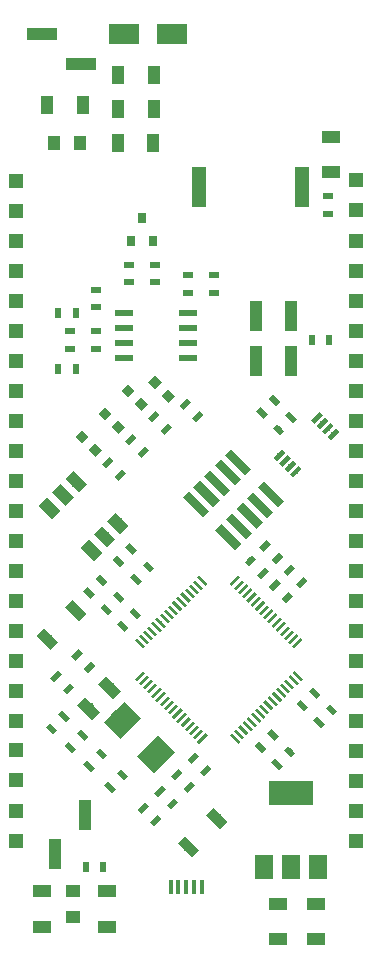
<source format=gbr>
G04 #@! TF.GenerationSoftware,KiCad,Pcbnew,(5.1.4)-1*
G04 #@! TF.CreationDate,2019-10-25T14:32:54-02:30*
G04 #@! TF.ProjectId,GeneralMCU,47656e65-7261-46c4-9d43-552e6b696361,rev?*
G04 #@! TF.SameCoordinates,Original*
G04 #@! TF.FileFunction,Paste,Top*
G04 #@! TF.FilePolarity,Positive*
%FSLAX46Y46*%
G04 Gerber Fmt 4.6, Leading zero omitted, Abs format (unit mm)*
G04 Created by KiCad (PCBNEW (5.1.4)-1) date 2019-10-25 14:32:54*
%MOMM*%
%LPD*%
G04 APERTURE LIST*
%ADD10C,0.500000*%
%ADD11C,0.100000*%
%ADD12R,1.270000X1.270000*%
%ADD13R,0.500000X0.900000*%
%ADD14R,0.450000X1.300000*%
%ADD15R,0.900000X0.500000*%
%ADD16C,0.900000*%
%ADD17R,2.510000X1.000000*%
%ADD18C,2.000000*%
%ADD19C,1.000000*%
%ADD20R,1.000000X2.510000*%
%ADD21R,1.600000X1.000000*%
%ADD22R,1.000000X1.250000*%
%ADD23R,1.000000X1.600000*%
%ADD24R,1.250000X1.000000*%
%ADD25C,0.800000*%
%ADD26R,1.000000X2.500000*%
%ADD27R,2.500000X1.800000*%
%ADD28C,0.400000*%
%ADD29C,0.740000*%
%ADD30R,1.500000X2.000000*%
%ADD31R,3.800000X2.000000*%
%ADD32C,0.250000*%
%ADD33R,1.550000X0.600000*%
%ADD34R,1.300000X3.400000*%
%ADD35R,0.800000X0.900000*%
G04 APERTURE END LIST*
D10*
X73750000Y-117500000D03*
D11*
G36*
X73255025Y-117641421D02*
G01*
X73891421Y-117005025D01*
X74244975Y-117358579D01*
X73608579Y-117994975D01*
X73255025Y-117641421D01*
X73255025Y-117641421D01*
G37*
D10*
X74810660Y-118560660D03*
D11*
G36*
X74315685Y-118702081D02*
G01*
X74952081Y-118065685D01*
X75305635Y-118419239D01*
X74669239Y-119055635D01*
X74315685Y-118702081D01*
X74315685Y-118702081D01*
G37*
D12*
X50625000Y-135280000D03*
X79375000Y-87020000D03*
X50625000Y-132740000D03*
X79375000Y-84480000D03*
X79375000Y-89600000D03*
X50625000Y-137860000D03*
X79375000Y-92140000D03*
X50625000Y-140400000D03*
X79375000Y-94680000D03*
X50625000Y-84520000D03*
X79375000Y-97220000D03*
X50625000Y-87060000D03*
X79375000Y-99760000D03*
X50625000Y-89600000D03*
X79375000Y-102300000D03*
X50625000Y-92140000D03*
X79375000Y-104840000D03*
X50625000Y-94680000D03*
X79375000Y-107380000D03*
X50625000Y-97220000D03*
X79375000Y-109920000D03*
X50625000Y-99760000D03*
X79375000Y-112460000D03*
X50625000Y-102300000D03*
X79375000Y-115000000D03*
X50625000Y-104840000D03*
X79375000Y-117540000D03*
X50625000Y-107380000D03*
X79375000Y-120080000D03*
X50625000Y-109920000D03*
X79375000Y-122620000D03*
X50625000Y-112460000D03*
X79375000Y-125160000D03*
X50625000Y-115000000D03*
X79375000Y-127700000D03*
X50625000Y-117540000D03*
X79375000Y-130240000D03*
X50625000Y-120080000D03*
X79375000Y-132780000D03*
X50625000Y-122620000D03*
X79375000Y-135320000D03*
X50625000Y-125160000D03*
X79375000Y-137860000D03*
X50625000Y-127700000D03*
X79375000Y-140400000D03*
X50625000Y-130240000D03*
D13*
X55635000Y-100510000D03*
X54135000Y-100510000D03*
D10*
X72500000Y-118750000D03*
D11*
G36*
X72994975Y-118608579D02*
G01*
X72358579Y-119244975D01*
X72005025Y-118891421D01*
X72641421Y-118255025D01*
X72994975Y-118608579D01*
X72994975Y-118608579D01*
G37*
D10*
X73560660Y-119810660D03*
D11*
G36*
X74055635Y-119669239D02*
G01*
X73419239Y-120305635D01*
X73065685Y-119952081D01*
X73702081Y-119315685D01*
X74055635Y-119669239D01*
X74055635Y-119669239D01*
G37*
D14*
X66300000Y-144350000D03*
X65650000Y-144350000D03*
X65000000Y-144350000D03*
X64350000Y-144350000D03*
X63700000Y-144350000D03*
D15*
X65135000Y-94010000D03*
X65135000Y-92510000D03*
D10*
X62788910Y-136230866D03*
D11*
G36*
X62293935Y-136372287D02*
G01*
X62930331Y-135735891D01*
X63283885Y-136089445D01*
X62647489Y-136725841D01*
X62293935Y-136372287D01*
X62293935Y-136372287D01*
G37*
D10*
X63849570Y-137291526D03*
D11*
G36*
X63354595Y-137432947D02*
G01*
X63990991Y-136796551D01*
X64344545Y-137150105D01*
X63708149Y-137786501D01*
X63354595Y-137432947D01*
X63354595Y-137432947D01*
G37*
D16*
X53270836Y-123329164D03*
D11*
G36*
X53553679Y-124248403D02*
G01*
X52351597Y-123046321D01*
X52987993Y-122409925D01*
X54190075Y-123612007D01*
X53553679Y-124248403D01*
X53553679Y-124248403D01*
G37*
D16*
X55675000Y-120925000D03*
D11*
G36*
X55957843Y-121844239D02*
G01*
X54755761Y-120642157D01*
X55392157Y-120005761D01*
X56594239Y-121207843D01*
X55957843Y-121844239D01*
X55957843Y-121844239D01*
G37*
D10*
X72469368Y-103119564D03*
D11*
G36*
X72610789Y-103614539D02*
G01*
X71974393Y-102978143D01*
X72327947Y-102624589D01*
X72964343Y-103260985D01*
X72610789Y-103614539D01*
X72610789Y-103614539D01*
G37*
D10*
X71408708Y-104180224D03*
D11*
G36*
X71550129Y-104675199D02*
G01*
X70913733Y-104038803D01*
X71267287Y-103685249D01*
X71903683Y-104321645D01*
X71550129Y-104675199D01*
X71550129Y-104675199D01*
G37*
D10*
X56790941Y-119419187D03*
D11*
G36*
X56932362Y-119914162D02*
G01*
X56295966Y-119277766D01*
X56649520Y-118924212D01*
X57285916Y-119560608D01*
X56932362Y-119914162D01*
X56932362Y-119914162D01*
G37*
D10*
X57851601Y-118358527D03*
D11*
G36*
X57993022Y-118853502D02*
G01*
X57356626Y-118217106D01*
X57710180Y-117863552D01*
X58346576Y-118499948D01*
X57993022Y-118853502D01*
X57993022Y-118853502D01*
G37*
D13*
X55635000Y-95760000D03*
X54135000Y-95760000D03*
D17*
X56080000Y-74645000D03*
X52770000Y-72105000D03*
D10*
X60310660Y-115689340D03*
D11*
G36*
X60169239Y-115194365D02*
G01*
X60805635Y-115830761D01*
X60452081Y-116184315D01*
X59815685Y-115547919D01*
X60169239Y-115194365D01*
X60169239Y-115194365D01*
G37*
D10*
X59250000Y-116750000D03*
D11*
G36*
X59108579Y-116255025D02*
G01*
X59744975Y-116891421D01*
X59391421Y-117244975D01*
X58755025Y-116608579D01*
X59108579Y-116255025D01*
X59108579Y-116255025D01*
G37*
D10*
X73761503Y-132854215D03*
D11*
G36*
X73902924Y-133349190D02*
G01*
X73266528Y-132712794D01*
X73620082Y-132359240D01*
X74256478Y-132995636D01*
X73902924Y-133349190D01*
X73902924Y-133349190D01*
G37*
D10*
X72700843Y-133914875D03*
D11*
G36*
X72842264Y-134409850D02*
G01*
X72205868Y-133773454D01*
X72559422Y-133419900D01*
X73195818Y-134056296D01*
X72842264Y-134409850D01*
X72842264Y-134409850D01*
G37*
D10*
X55764340Y-124664340D03*
D11*
G36*
X56259315Y-124522919D02*
G01*
X55622919Y-125159315D01*
X55269365Y-124805761D01*
X55905761Y-124169365D01*
X56259315Y-124522919D01*
X56259315Y-124522919D01*
G37*
D10*
X56825000Y-125725000D03*
D11*
G36*
X57319975Y-125583579D02*
G01*
X56683579Y-126219975D01*
X56330025Y-125866421D01*
X56966421Y-125230025D01*
X57319975Y-125583579D01*
X57319975Y-125583579D01*
G37*
D10*
X56778504Y-134109545D03*
D11*
G36*
X56637083Y-133614570D02*
G01*
X57273479Y-134250966D01*
X56919925Y-134604520D01*
X56283529Y-133968124D01*
X56637083Y-133614570D01*
X56637083Y-133614570D01*
G37*
D10*
X57839164Y-133048885D03*
D11*
G36*
X57697743Y-132553910D02*
G01*
X58334139Y-133190306D01*
X57980585Y-133543860D01*
X57344189Y-132907464D01*
X57697743Y-132553910D01*
X57697743Y-132553910D01*
G37*
D10*
X66677997Y-134463099D03*
D11*
G36*
X66183022Y-134604520D02*
G01*
X66819418Y-133968124D01*
X67172972Y-134321678D01*
X66536576Y-134958074D01*
X66183022Y-134604520D01*
X66183022Y-134604520D01*
G37*
D10*
X65617337Y-133402439D03*
D11*
G36*
X65122362Y-133543860D02*
G01*
X65758758Y-132907464D01*
X66112312Y-133261018D01*
X65475916Y-133897414D01*
X65122362Y-133543860D01*
X65122362Y-133543860D01*
G37*
D10*
X55050000Y-127550000D03*
D11*
G36*
X55544975Y-127408579D02*
G01*
X54908579Y-128044975D01*
X54555025Y-127691421D01*
X55191421Y-127055025D01*
X55544975Y-127408579D01*
X55544975Y-127408579D01*
G37*
D10*
X53989340Y-126489340D03*
D11*
G36*
X54484315Y-126347919D02*
G01*
X53847919Y-126984315D01*
X53494365Y-126630761D01*
X54130761Y-125994365D01*
X54484315Y-126347919D01*
X54484315Y-126347919D01*
G37*
D10*
X72750000Y-116500000D03*
D11*
G36*
X72255025Y-116641421D02*
G01*
X72891421Y-116005025D01*
X73244975Y-116358579D01*
X72608579Y-116994975D01*
X72255025Y-116641421D01*
X72255025Y-116641421D01*
G37*
D10*
X71689340Y-115439340D03*
D11*
G36*
X71194365Y-115580761D02*
G01*
X71830761Y-114944365D01*
X72184315Y-115297919D01*
X71547919Y-115934315D01*
X71194365Y-115580761D01*
X71194365Y-115580761D01*
G37*
D18*
X62435358Y-133048887D03*
D11*
G36*
X64026348Y-132872110D02*
G01*
X62258581Y-134639877D01*
X60844368Y-133225664D01*
X62612135Y-131457897D01*
X64026348Y-132872110D01*
X64026348Y-132872110D01*
G37*
D18*
X59606930Y-130220459D03*
D11*
G36*
X61197920Y-130043682D02*
G01*
X59430153Y-131811449D01*
X58015940Y-130397236D01*
X59783707Y-128629469D01*
X61197920Y-130043682D01*
X61197920Y-130043682D01*
G37*
D10*
X53596524Y-130927565D03*
D11*
G36*
X53455103Y-130432590D02*
G01*
X54091499Y-131068986D01*
X53737945Y-131422540D01*
X53101549Y-130786144D01*
X53455103Y-130432590D01*
X53455103Y-130432590D01*
G37*
D10*
X54657184Y-129866905D03*
D11*
G36*
X54515763Y-129371930D02*
G01*
X55152159Y-130008326D01*
X54798605Y-130361880D01*
X54162209Y-129725484D01*
X54515763Y-129371930D01*
X54515763Y-129371930D01*
G37*
D10*
X65263785Y-135877312D03*
D11*
G36*
X64768810Y-136018733D02*
G01*
X65405206Y-135382337D01*
X65758760Y-135735891D01*
X65122364Y-136372287D01*
X64768810Y-136018733D01*
X64768810Y-136018733D01*
G37*
D10*
X64203125Y-134816652D03*
D11*
G36*
X63708150Y-134958073D02*
G01*
X64344546Y-134321677D01*
X64698100Y-134675231D01*
X64061704Y-135311627D01*
X63708150Y-134958073D01*
X63708150Y-134958073D01*
G37*
D10*
X62435357Y-138705739D03*
D11*
G36*
X61940382Y-138847160D02*
G01*
X62576778Y-138210764D01*
X62930332Y-138564318D01*
X62293936Y-139200714D01*
X61940382Y-138847160D01*
X61940382Y-138847160D01*
G37*
D10*
X61374697Y-137645079D03*
D11*
G36*
X60879722Y-137786500D02*
G01*
X61516118Y-137150104D01*
X61869672Y-137503658D01*
X61233276Y-138140054D01*
X60879722Y-137786500D01*
X60879722Y-137786500D01*
G37*
D10*
X59606931Y-134816652D03*
D11*
G36*
X59465510Y-134321677D02*
G01*
X60101906Y-134958073D01*
X59748352Y-135311627D01*
X59111956Y-134675231D01*
X59465510Y-134321677D01*
X59465510Y-134321677D01*
G37*
D10*
X58546271Y-135877312D03*
D11*
G36*
X58404850Y-135382337D02*
G01*
X59041246Y-136018733D01*
X58687692Y-136372287D01*
X58051296Y-135735891D01*
X58404850Y-135382337D01*
X58404850Y-135382337D01*
G37*
D10*
X75882824Y-127904468D03*
D11*
G36*
X75741403Y-127409493D02*
G01*
X76377799Y-128045889D01*
X76024245Y-128399443D01*
X75387849Y-127763047D01*
X75741403Y-127409493D01*
X75741403Y-127409493D01*
G37*
D10*
X74822164Y-128965128D03*
D11*
G36*
X74680743Y-128470153D02*
G01*
X75317139Y-129106549D01*
X74963585Y-129460103D01*
X74327189Y-128823707D01*
X74680743Y-128470153D01*
X74680743Y-128470153D01*
G37*
D19*
X58525000Y-127450000D03*
D11*
G36*
X58807843Y-128439949D02*
G01*
X57535051Y-127167157D01*
X58242157Y-126460051D01*
X59514949Y-127732843D01*
X58807843Y-128439949D01*
X58807843Y-128439949D01*
G37*
D19*
X56757234Y-129217766D03*
D11*
G36*
X57040077Y-130207715D02*
G01*
X55767285Y-128934923D01*
X56474391Y-128227817D01*
X57747183Y-129500609D01*
X57040077Y-130207715D01*
X57040077Y-130207715D01*
G37*
D10*
X71286630Y-132500662D03*
D11*
G36*
X71428051Y-132995637D02*
G01*
X70791655Y-132359241D01*
X71145209Y-132005687D01*
X71781605Y-132642083D01*
X71428051Y-132995637D01*
X71428051Y-132995637D01*
G37*
D10*
X72347290Y-131440002D03*
D11*
G36*
X72488711Y-131934977D02*
G01*
X71852315Y-131298581D01*
X72205869Y-130945027D01*
X72842265Y-131581423D01*
X72488711Y-131934977D01*
X72488711Y-131934977D01*
G37*
D10*
X56248173Y-131457894D03*
D11*
G36*
X56106752Y-130962919D02*
G01*
X56743148Y-131599315D01*
X56389594Y-131952869D01*
X55753198Y-131316473D01*
X56106752Y-130962919D01*
X56106752Y-130962919D01*
G37*
D10*
X55187513Y-132518554D03*
D11*
G36*
X55046092Y-132023579D02*
G01*
X55682488Y-132659975D01*
X55328934Y-133013529D01*
X54692538Y-132377133D01*
X55046092Y-132023579D01*
X55046092Y-132023579D01*
G37*
D20*
X56470000Y-138270000D03*
X53930000Y-141580000D03*
D10*
X76236377Y-130379342D03*
D11*
G36*
X76094956Y-129884367D02*
G01*
X76731352Y-130520763D01*
X76377798Y-130874317D01*
X75741402Y-130237921D01*
X76094956Y-129884367D01*
X76094956Y-129884367D01*
G37*
D10*
X77297037Y-129318682D03*
D11*
G36*
X77155616Y-128823707D02*
G01*
X77792012Y-129460103D01*
X77438458Y-129813657D01*
X76802062Y-129177261D01*
X77155616Y-128823707D01*
X77155616Y-128823707D01*
G37*
D10*
X70439340Y-116689340D03*
D11*
G36*
X69944365Y-116830761D02*
G01*
X70580761Y-116194365D01*
X70934315Y-116547919D01*
X70297919Y-117184315D01*
X69944365Y-116830761D01*
X69944365Y-116830761D01*
G37*
D10*
X71500000Y-117750000D03*
D11*
G36*
X71005025Y-117891421D02*
G01*
X71641421Y-117255025D01*
X71994975Y-117608579D01*
X71358579Y-118244975D01*
X71005025Y-117891421D01*
X71005025Y-117891421D01*
G37*
D10*
X60750000Y-118250000D03*
D11*
G36*
X60608579Y-117755025D02*
G01*
X61244975Y-118391421D01*
X60891421Y-118744975D01*
X60255025Y-118108579D01*
X60608579Y-117755025D01*
X60608579Y-117755025D01*
G37*
D10*
X61810660Y-117189340D03*
D11*
G36*
X61669239Y-116694365D02*
G01*
X62305635Y-117330761D01*
X61952081Y-117684315D01*
X61315685Y-117047919D01*
X61669239Y-116694365D01*
X61669239Y-116694365D01*
G37*
D21*
X52760000Y-144685000D03*
X52760000Y-147685000D03*
D15*
X67385000Y-94010000D03*
X67385000Y-92510000D03*
X55135000Y-97260000D03*
X55135000Y-98760000D03*
D21*
X72750000Y-145740000D03*
X72750000Y-148740000D03*
D22*
X53775000Y-81350000D03*
X55975000Y-81350000D03*
D10*
X59265815Y-119772740D03*
D11*
G36*
X59407236Y-120267715D02*
G01*
X58770840Y-119631319D01*
X59124394Y-119277765D01*
X59760790Y-119914161D01*
X59407236Y-120267715D01*
X59407236Y-120267715D01*
G37*
D10*
X58205155Y-120833400D03*
D11*
G36*
X58346576Y-121328375D02*
G01*
X57710180Y-120691979D01*
X58063734Y-120338425D01*
X58700130Y-120974821D01*
X58346576Y-121328375D01*
X58346576Y-121328375D01*
G37*
D13*
X77135000Y-98010000D03*
X75635000Y-98010000D03*
D10*
X59619368Y-122247614D03*
D11*
G36*
X59760789Y-122742589D02*
G01*
X59124393Y-122106193D01*
X59477947Y-121752639D01*
X60114343Y-122389035D01*
X59760789Y-122742589D01*
X59760789Y-122742589D01*
G37*
D10*
X60680028Y-121186954D03*
D11*
G36*
X60821449Y-121681929D02*
G01*
X60185053Y-121045533D01*
X60538607Y-120691979D01*
X61175003Y-121328375D01*
X60821449Y-121681929D01*
X60821449Y-121681929D01*
G37*
D15*
X57385000Y-93760000D03*
X57385000Y-95260000D03*
X57385000Y-98760000D03*
X57385000Y-97260000D03*
D23*
X53250000Y-78110000D03*
X56250000Y-78110000D03*
D21*
X77275000Y-80825000D03*
X77275000Y-83825000D03*
D10*
X72822922Y-105594439D03*
D11*
G36*
X72964343Y-106089414D02*
G01*
X72327947Y-105453018D01*
X72681501Y-105099464D01*
X73317897Y-105735860D01*
X72964343Y-106089414D01*
X72964343Y-106089414D01*
G37*
D10*
X73883582Y-104533779D03*
D11*
G36*
X74025003Y-105028754D02*
G01*
X73388607Y-104392358D01*
X73742161Y-104038804D01*
X74378557Y-104675200D01*
X74025003Y-105028754D01*
X74025003Y-105028754D01*
G37*
D24*
X55385000Y-144660000D03*
X55385000Y-146860000D03*
D21*
X76000000Y-148740000D03*
X76000000Y-145740000D03*
D13*
X56500000Y-142650000D03*
X58000000Y-142650000D03*
D23*
X62225000Y-81350000D03*
X59225000Y-81350000D03*
D25*
X62368630Y-101618630D03*
D11*
G36*
X62934315Y-101618630D02*
G01*
X62368630Y-102184315D01*
X61802945Y-101618630D01*
X62368630Y-101052945D01*
X62934315Y-101618630D01*
X62934315Y-101618630D01*
G37*
D25*
X63500000Y-102750000D03*
D11*
G36*
X64065685Y-102750000D02*
G01*
X63500000Y-103315685D01*
X62934315Y-102750000D01*
X63500000Y-102184315D01*
X64065685Y-102750000D01*
X64065685Y-102750000D01*
G37*
D10*
X62266062Y-104494491D03*
D11*
G36*
X61771087Y-104635912D02*
G01*
X62407483Y-103999516D01*
X62761037Y-104353070D01*
X62124641Y-104989466D01*
X61771087Y-104635912D01*
X61771087Y-104635912D01*
G37*
D10*
X63326722Y-105555151D03*
D11*
G36*
X62831747Y-105696572D02*
G01*
X63468143Y-105060176D01*
X63821697Y-105413730D01*
X63185301Y-106050126D01*
X62831747Y-105696572D01*
X62831747Y-105696572D01*
G37*
D10*
X61382178Y-107499695D03*
D11*
G36*
X60887203Y-107641116D02*
G01*
X61523599Y-107004720D01*
X61877153Y-107358274D01*
X61240757Y-107994670D01*
X60887203Y-107641116D01*
X60887203Y-107641116D01*
G37*
D10*
X60321518Y-106439035D03*
D11*
G36*
X59826543Y-106580456D02*
G01*
X60462939Y-105944060D01*
X60816493Y-106297614D01*
X60180097Y-106934010D01*
X59826543Y-106580456D01*
X59826543Y-106580456D01*
G37*
D10*
X66000000Y-104500000D03*
D11*
G36*
X65505025Y-104641421D02*
G01*
X66141421Y-104005025D01*
X66494975Y-104358579D01*
X65858579Y-104994975D01*
X65505025Y-104641421D01*
X65505025Y-104641421D01*
G37*
D10*
X64939340Y-103439340D03*
D11*
G36*
X64444365Y-103580761D02*
G01*
X65080761Y-102944365D01*
X65434315Y-103297919D01*
X64797919Y-103934315D01*
X64444365Y-103580761D01*
X64444365Y-103580761D01*
G37*
D16*
X65197918Y-140927082D03*
D11*
G36*
X64915075Y-140007843D02*
G01*
X66117157Y-141209925D01*
X65480761Y-141846321D01*
X64278679Y-140644239D01*
X64915075Y-140007843D01*
X64915075Y-140007843D01*
G37*
D16*
X67602082Y-138522918D03*
D11*
G36*
X67319239Y-137603679D02*
G01*
X68521321Y-138805761D01*
X67884925Y-139442157D01*
X66682843Y-138240075D01*
X67319239Y-137603679D01*
X67319239Y-137603679D01*
G37*
D26*
X70885000Y-99760000D03*
X73885000Y-99760000D03*
D27*
X63760000Y-72110000D03*
X59760000Y-72110000D03*
D26*
X70885000Y-96010000D03*
X73885000Y-96010000D03*
D28*
X77454470Y-105983348D03*
D11*
G36*
X77242338Y-106478323D02*
G01*
X76959495Y-106195480D01*
X77666602Y-105488373D01*
X77949445Y-105771216D01*
X77242338Y-106478323D01*
X77242338Y-106478323D01*
G37*
D28*
X74272490Y-109165328D03*
D11*
G36*
X74060358Y-109660303D02*
G01*
X73777515Y-109377460D01*
X74484622Y-108670353D01*
X74767465Y-108953196D01*
X74060358Y-109660303D01*
X74060358Y-109660303D01*
G37*
D28*
X76994851Y-105523728D03*
D11*
G36*
X76782719Y-106018703D02*
G01*
X76499876Y-105735860D01*
X77206983Y-105028753D01*
X77489826Y-105311596D01*
X76782719Y-106018703D01*
X76782719Y-106018703D01*
G37*
D28*
X73812870Y-108705709D03*
D11*
G36*
X73600738Y-109200684D02*
G01*
X73317895Y-108917841D01*
X74025002Y-108210734D01*
X74307845Y-108493577D01*
X73600738Y-109200684D01*
X73600738Y-109200684D01*
G37*
D28*
X76535232Y-105064109D03*
D11*
G36*
X76323100Y-105559084D02*
G01*
X76040257Y-105276241D01*
X76747364Y-104569134D01*
X77030207Y-104851977D01*
X76323100Y-105559084D01*
X76323100Y-105559084D01*
G37*
D28*
X73353251Y-108246090D03*
D11*
G36*
X73141119Y-108741065D02*
G01*
X72858276Y-108458222D01*
X73565383Y-107751115D01*
X73848226Y-108033958D01*
X73141119Y-108741065D01*
X73141119Y-108741065D01*
G37*
D28*
X76075612Y-104604490D03*
D11*
G36*
X75863480Y-105099465D02*
G01*
X75580637Y-104816622D01*
X76287744Y-104109515D01*
X76570587Y-104392358D01*
X75863480Y-105099465D01*
X75863480Y-105099465D01*
G37*
D28*
X72893632Y-107786470D03*
D11*
G36*
X72681500Y-108281445D02*
G01*
X72398657Y-107998602D01*
X73105764Y-107291495D01*
X73388607Y-107574338D01*
X72681500Y-108281445D01*
X72681500Y-108281445D01*
G37*
D25*
X61205401Y-103433831D03*
D11*
G36*
X61771086Y-103433831D02*
G01*
X61205401Y-103999516D01*
X60639716Y-103433831D01*
X61205401Y-102868146D01*
X61771086Y-103433831D01*
X61771086Y-103433831D01*
G37*
D25*
X60074031Y-102302461D03*
D11*
G36*
X60639716Y-102302461D02*
G01*
X60074031Y-102868146D01*
X59508346Y-102302461D01*
X60074031Y-101736776D01*
X60639716Y-102302461D01*
X60639716Y-102302461D01*
G37*
D25*
X56184944Y-106191548D03*
D11*
G36*
X56750629Y-106191548D02*
G01*
X56184944Y-106757233D01*
X55619259Y-106191548D01*
X56184944Y-105625863D01*
X56750629Y-106191548D01*
X56750629Y-106191548D01*
G37*
D25*
X57316314Y-107322918D03*
D11*
G36*
X57881999Y-107322918D02*
G01*
X57316314Y-107888603D01*
X56750629Y-107322918D01*
X57316314Y-106757233D01*
X57881999Y-107322918D01*
X57881999Y-107322918D01*
G37*
D29*
X69417193Y-108325091D03*
D11*
G36*
X68307035Y-107738192D02*
G01*
X68830294Y-107214933D01*
X70527351Y-108911990D01*
X70004092Y-109435249D01*
X68307035Y-107738192D01*
X68307035Y-107738192D01*
G37*
D29*
X72174909Y-111082807D03*
D11*
G36*
X71064751Y-110495908D02*
G01*
X71588010Y-109972649D01*
X73285067Y-111669706D01*
X72761808Y-112192965D01*
X71064751Y-110495908D01*
X71064751Y-110495908D01*
G37*
D29*
X68519167Y-109223116D03*
D11*
G36*
X67409009Y-108636217D02*
G01*
X67932268Y-108112958D01*
X69629325Y-109810015D01*
X69106066Y-110333274D01*
X67409009Y-108636217D01*
X67409009Y-108636217D01*
G37*
D29*
X71276884Y-111980833D03*
D11*
G36*
X70166726Y-111393934D02*
G01*
X70689985Y-110870675D01*
X72387042Y-112567732D01*
X71863783Y-113090991D01*
X70166726Y-111393934D01*
X70166726Y-111393934D01*
G37*
D29*
X67621142Y-110121142D03*
D11*
G36*
X66510984Y-109534243D02*
G01*
X67034243Y-109010984D01*
X68731300Y-110708041D01*
X68208041Y-111231300D01*
X66510984Y-109534243D01*
X66510984Y-109534243D01*
G37*
D29*
X70378858Y-112878858D03*
D11*
G36*
X69268700Y-112291959D02*
G01*
X69791959Y-111768700D01*
X71489016Y-113465757D01*
X70965757Y-113989016D01*
X69268700Y-112291959D01*
X69268700Y-112291959D01*
G37*
D29*
X66723116Y-111019167D03*
D11*
G36*
X65612958Y-110432268D02*
G01*
X66136217Y-109909009D01*
X67833274Y-111606066D01*
X67310015Y-112129325D01*
X65612958Y-110432268D01*
X65612958Y-110432268D01*
G37*
D29*
X69480833Y-113776884D03*
D11*
G36*
X68370675Y-113189985D02*
G01*
X68893934Y-112666726D01*
X70590991Y-114363783D01*
X70067732Y-114887042D01*
X68370675Y-113189985D01*
X68370675Y-113189985D01*
G37*
D29*
X65825091Y-111917193D03*
D11*
G36*
X64714933Y-111330294D02*
G01*
X65238192Y-110807035D01*
X66935249Y-112504092D01*
X66411990Y-113027351D01*
X64714933Y-111330294D01*
X64714933Y-111330294D01*
G37*
D29*
X68582807Y-114674909D03*
D11*
G36*
X67472649Y-114088010D02*
G01*
X67995908Y-113564751D01*
X69692965Y-115261808D01*
X69169706Y-115785067D01*
X67472649Y-114088010D01*
X67472649Y-114088010D01*
G37*
D10*
X59437634Y-109444239D03*
D11*
G36*
X58942659Y-109585660D02*
G01*
X59579055Y-108949264D01*
X59932609Y-109302818D01*
X59296213Y-109939214D01*
X58942659Y-109585660D01*
X58942659Y-109585660D01*
G37*
D10*
X58376974Y-108383579D03*
D11*
G36*
X57881999Y-108525000D02*
G01*
X58518395Y-107888604D01*
X58871949Y-108242158D01*
X58235553Y-108878554D01*
X57881999Y-108525000D01*
X57881999Y-108525000D01*
G37*
D25*
X58129487Y-104247004D03*
D11*
G36*
X58695172Y-104247004D02*
G01*
X58129487Y-104812689D01*
X57563802Y-104247004D01*
X58129487Y-103681319D01*
X58695172Y-104247004D01*
X58695172Y-104247004D01*
G37*
D25*
X59260857Y-105378374D03*
D11*
G36*
X59826542Y-105378374D02*
G01*
X59260857Y-105944059D01*
X58695172Y-105378374D01*
X59260857Y-104812689D01*
X59826542Y-105378374D01*
X59826542Y-105378374D01*
G37*
D23*
X59250000Y-78500000D03*
X62250000Y-78500000D03*
X62260000Y-75610000D03*
X59260000Y-75610000D03*
D19*
X56962761Y-115808200D03*
D11*
G36*
X57882000Y-116020332D02*
G01*
X57174893Y-116727439D01*
X56043522Y-115596068D01*
X56750629Y-114888961D01*
X57882000Y-116020332D01*
X57882000Y-116020332D01*
G37*
D19*
X58094132Y-114676829D03*
D11*
G36*
X59013371Y-114888961D02*
G01*
X58306264Y-115596068D01*
X57174893Y-114464697D01*
X57882000Y-113757590D01*
X59013371Y-114888961D01*
X59013371Y-114888961D01*
G37*
D19*
X59225503Y-113545458D03*
D11*
G36*
X60144742Y-113757590D02*
G01*
X59437635Y-114464697D01*
X58306264Y-113333326D01*
X59013371Y-112626219D01*
X60144742Y-113757590D01*
X60144742Y-113757590D01*
G37*
D19*
X53427227Y-112272666D03*
D11*
G36*
X54346466Y-112484798D02*
G01*
X53639359Y-113191905D01*
X52507988Y-112060534D01*
X53215095Y-111353427D01*
X54346466Y-112484798D01*
X54346466Y-112484798D01*
G37*
D19*
X54558598Y-111141295D03*
D11*
G36*
X55477837Y-111353427D02*
G01*
X54770730Y-112060534D01*
X53639359Y-110929163D01*
X54346466Y-110222056D01*
X55477837Y-111353427D01*
X55477837Y-111353427D01*
G37*
D19*
X55689969Y-110009924D03*
D11*
G36*
X56609208Y-110222056D02*
G01*
X55902101Y-110929163D01*
X54770730Y-109797792D01*
X55477837Y-109090685D01*
X56609208Y-110222056D01*
X56609208Y-110222056D01*
G37*
D21*
X58260000Y-147685000D03*
X58260000Y-144685000D03*
D30*
X71560000Y-142640000D03*
X76160000Y-142640000D03*
X73860000Y-142640000D03*
D31*
X73860000Y-136340000D03*
D32*
X61068937Y-123697183D03*
D11*
G36*
X61510879Y-123962348D02*
G01*
X61334102Y-124139125D01*
X60626995Y-123432018D01*
X60803772Y-123255241D01*
X61510879Y-123962348D01*
X61510879Y-123962348D01*
G37*
D32*
X61422490Y-123343629D03*
D11*
G36*
X61864432Y-123608794D02*
G01*
X61687655Y-123785571D01*
X60980548Y-123078464D01*
X61157325Y-122901687D01*
X61864432Y-123608794D01*
X61864432Y-123608794D01*
G37*
D32*
X61776044Y-122990076D03*
D11*
G36*
X62217986Y-123255241D02*
G01*
X62041209Y-123432018D01*
X61334102Y-122724911D01*
X61510879Y-122548134D01*
X62217986Y-123255241D01*
X62217986Y-123255241D01*
G37*
D32*
X62129597Y-122636523D03*
D11*
G36*
X62571539Y-122901688D02*
G01*
X62394762Y-123078465D01*
X61687655Y-122371358D01*
X61864432Y-122194581D01*
X62571539Y-122901688D01*
X62571539Y-122901688D01*
G37*
D32*
X62483150Y-122282969D03*
D11*
G36*
X62925092Y-122548134D02*
G01*
X62748315Y-122724911D01*
X62041208Y-122017804D01*
X62217985Y-121841027D01*
X62925092Y-122548134D01*
X62925092Y-122548134D01*
G37*
D32*
X62836704Y-121929416D03*
D11*
G36*
X63278646Y-122194581D02*
G01*
X63101869Y-122371358D01*
X62394762Y-121664251D01*
X62571539Y-121487474D01*
X63278646Y-122194581D01*
X63278646Y-122194581D01*
G37*
D32*
X63190257Y-121575862D03*
D11*
G36*
X63632199Y-121841027D02*
G01*
X63455422Y-122017804D01*
X62748315Y-121310697D01*
X62925092Y-121133920D01*
X63632199Y-121841027D01*
X63632199Y-121841027D01*
G37*
D32*
X63543811Y-121222309D03*
D11*
G36*
X63985753Y-121487474D02*
G01*
X63808976Y-121664251D01*
X63101869Y-120957144D01*
X63278646Y-120780367D01*
X63985753Y-121487474D01*
X63985753Y-121487474D01*
G37*
D32*
X63897364Y-120868756D03*
D11*
G36*
X64339306Y-121133921D02*
G01*
X64162529Y-121310698D01*
X63455422Y-120603591D01*
X63632199Y-120426814D01*
X64339306Y-121133921D01*
X64339306Y-121133921D01*
G37*
D32*
X64250917Y-120515202D03*
D11*
G36*
X64692859Y-120780367D02*
G01*
X64516082Y-120957144D01*
X63808975Y-120250037D01*
X63985752Y-120073260D01*
X64692859Y-120780367D01*
X64692859Y-120780367D01*
G37*
D32*
X64604471Y-120161649D03*
D11*
G36*
X65046413Y-120426814D02*
G01*
X64869636Y-120603591D01*
X64162529Y-119896484D01*
X64339306Y-119719707D01*
X65046413Y-120426814D01*
X65046413Y-120426814D01*
G37*
D32*
X64958024Y-119808095D03*
D11*
G36*
X65399966Y-120073260D02*
G01*
X65223189Y-120250037D01*
X64516082Y-119542930D01*
X64692859Y-119366153D01*
X65399966Y-120073260D01*
X65399966Y-120073260D01*
G37*
D32*
X65311578Y-119454542D03*
D11*
G36*
X65753520Y-119719707D02*
G01*
X65576743Y-119896484D01*
X64869636Y-119189377D01*
X65046413Y-119012600D01*
X65753520Y-119719707D01*
X65753520Y-119719707D01*
G37*
D32*
X65665131Y-119100989D03*
D11*
G36*
X66107073Y-119366154D02*
G01*
X65930296Y-119542931D01*
X65223189Y-118835824D01*
X65399966Y-118659047D01*
X66107073Y-119366154D01*
X66107073Y-119366154D01*
G37*
D32*
X66018684Y-118747435D03*
D11*
G36*
X66460626Y-119012600D02*
G01*
X66283849Y-119189377D01*
X65576742Y-118482270D01*
X65753519Y-118305493D01*
X66460626Y-119012600D01*
X66460626Y-119012600D01*
G37*
D32*
X66372238Y-118393882D03*
D11*
G36*
X66814180Y-118659047D02*
G01*
X66637403Y-118835824D01*
X65930296Y-118128717D01*
X66107073Y-117951940D01*
X66814180Y-118659047D01*
X66814180Y-118659047D01*
G37*
D32*
X69129954Y-118393882D03*
D11*
G36*
X68864789Y-118835824D02*
G01*
X68688012Y-118659047D01*
X69395119Y-117951940D01*
X69571896Y-118128717D01*
X68864789Y-118835824D01*
X68864789Y-118835824D01*
G37*
D32*
X69483508Y-118747435D03*
D11*
G36*
X69218343Y-119189377D02*
G01*
X69041566Y-119012600D01*
X69748673Y-118305493D01*
X69925450Y-118482270D01*
X69218343Y-119189377D01*
X69218343Y-119189377D01*
G37*
D32*
X69837061Y-119100989D03*
D11*
G36*
X69571896Y-119542931D02*
G01*
X69395119Y-119366154D01*
X70102226Y-118659047D01*
X70279003Y-118835824D01*
X69571896Y-119542931D01*
X69571896Y-119542931D01*
G37*
D32*
X70190614Y-119454542D03*
D11*
G36*
X69925449Y-119896484D02*
G01*
X69748672Y-119719707D01*
X70455779Y-119012600D01*
X70632556Y-119189377D01*
X69925449Y-119896484D01*
X69925449Y-119896484D01*
G37*
D32*
X70544168Y-119808095D03*
D11*
G36*
X70279003Y-120250037D02*
G01*
X70102226Y-120073260D01*
X70809333Y-119366153D01*
X70986110Y-119542930D01*
X70279003Y-120250037D01*
X70279003Y-120250037D01*
G37*
D32*
X70897721Y-120161649D03*
D11*
G36*
X70632556Y-120603591D02*
G01*
X70455779Y-120426814D01*
X71162886Y-119719707D01*
X71339663Y-119896484D01*
X70632556Y-120603591D01*
X70632556Y-120603591D01*
G37*
D32*
X71251275Y-120515202D03*
D11*
G36*
X70986110Y-120957144D02*
G01*
X70809333Y-120780367D01*
X71516440Y-120073260D01*
X71693217Y-120250037D01*
X70986110Y-120957144D01*
X70986110Y-120957144D01*
G37*
D32*
X71604828Y-120868756D03*
D11*
G36*
X71339663Y-121310698D02*
G01*
X71162886Y-121133921D01*
X71869993Y-120426814D01*
X72046770Y-120603591D01*
X71339663Y-121310698D01*
X71339663Y-121310698D01*
G37*
D32*
X71958381Y-121222309D03*
D11*
G36*
X71693216Y-121664251D02*
G01*
X71516439Y-121487474D01*
X72223546Y-120780367D01*
X72400323Y-120957144D01*
X71693216Y-121664251D01*
X71693216Y-121664251D01*
G37*
D32*
X72311935Y-121575862D03*
D11*
G36*
X72046770Y-122017804D02*
G01*
X71869993Y-121841027D01*
X72577100Y-121133920D01*
X72753877Y-121310697D01*
X72046770Y-122017804D01*
X72046770Y-122017804D01*
G37*
D32*
X72665488Y-121929416D03*
D11*
G36*
X72400323Y-122371358D02*
G01*
X72223546Y-122194581D01*
X72930653Y-121487474D01*
X73107430Y-121664251D01*
X72400323Y-122371358D01*
X72400323Y-122371358D01*
G37*
D32*
X73019042Y-122282969D03*
D11*
G36*
X72753877Y-122724911D02*
G01*
X72577100Y-122548134D01*
X73284207Y-121841027D01*
X73460984Y-122017804D01*
X72753877Y-122724911D01*
X72753877Y-122724911D01*
G37*
D32*
X73372595Y-122636523D03*
D11*
G36*
X73107430Y-123078465D02*
G01*
X72930653Y-122901688D01*
X73637760Y-122194581D01*
X73814537Y-122371358D01*
X73107430Y-123078465D01*
X73107430Y-123078465D01*
G37*
D32*
X73726148Y-122990076D03*
D11*
G36*
X73460983Y-123432018D02*
G01*
X73284206Y-123255241D01*
X73991313Y-122548134D01*
X74168090Y-122724911D01*
X73460983Y-123432018D01*
X73460983Y-123432018D01*
G37*
D32*
X74079702Y-123343629D03*
D11*
G36*
X73814537Y-123785571D02*
G01*
X73637760Y-123608794D01*
X74344867Y-122901687D01*
X74521644Y-123078464D01*
X73814537Y-123785571D01*
X73814537Y-123785571D01*
G37*
D32*
X74433255Y-123697183D03*
D11*
G36*
X74168090Y-124139125D02*
G01*
X73991313Y-123962348D01*
X74698420Y-123255241D01*
X74875197Y-123432018D01*
X74168090Y-124139125D01*
X74168090Y-124139125D01*
G37*
D32*
X74433255Y-126454899D03*
D11*
G36*
X74875197Y-126720064D02*
G01*
X74698420Y-126896841D01*
X73991313Y-126189734D01*
X74168090Y-126012957D01*
X74875197Y-126720064D01*
X74875197Y-126720064D01*
G37*
D32*
X74079702Y-126808453D03*
D11*
G36*
X74521644Y-127073618D02*
G01*
X74344867Y-127250395D01*
X73637760Y-126543288D01*
X73814537Y-126366511D01*
X74521644Y-127073618D01*
X74521644Y-127073618D01*
G37*
D32*
X73726148Y-127162006D03*
D11*
G36*
X74168090Y-127427171D02*
G01*
X73991313Y-127603948D01*
X73284206Y-126896841D01*
X73460983Y-126720064D01*
X74168090Y-127427171D01*
X74168090Y-127427171D01*
G37*
D32*
X73372595Y-127515559D03*
D11*
G36*
X73814537Y-127780724D02*
G01*
X73637760Y-127957501D01*
X72930653Y-127250394D01*
X73107430Y-127073617D01*
X73814537Y-127780724D01*
X73814537Y-127780724D01*
G37*
D32*
X73019042Y-127869113D03*
D11*
G36*
X73460984Y-128134278D02*
G01*
X73284207Y-128311055D01*
X72577100Y-127603948D01*
X72753877Y-127427171D01*
X73460984Y-128134278D01*
X73460984Y-128134278D01*
G37*
D32*
X72665488Y-128222666D03*
D11*
G36*
X73107430Y-128487831D02*
G01*
X72930653Y-128664608D01*
X72223546Y-127957501D01*
X72400323Y-127780724D01*
X73107430Y-128487831D01*
X73107430Y-128487831D01*
G37*
D32*
X72311935Y-128576220D03*
D11*
G36*
X72753877Y-128841385D02*
G01*
X72577100Y-129018162D01*
X71869993Y-128311055D01*
X72046770Y-128134278D01*
X72753877Y-128841385D01*
X72753877Y-128841385D01*
G37*
D32*
X71958381Y-128929773D03*
D11*
G36*
X72400323Y-129194938D02*
G01*
X72223546Y-129371715D01*
X71516439Y-128664608D01*
X71693216Y-128487831D01*
X72400323Y-129194938D01*
X72400323Y-129194938D01*
G37*
D32*
X71604828Y-129283326D03*
D11*
G36*
X72046770Y-129548491D02*
G01*
X71869993Y-129725268D01*
X71162886Y-129018161D01*
X71339663Y-128841384D01*
X72046770Y-129548491D01*
X72046770Y-129548491D01*
G37*
D32*
X71251275Y-129636880D03*
D11*
G36*
X71693217Y-129902045D02*
G01*
X71516440Y-130078822D01*
X70809333Y-129371715D01*
X70986110Y-129194938D01*
X71693217Y-129902045D01*
X71693217Y-129902045D01*
G37*
D32*
X70897721Y-129990433D03*
D11*
G36*
X71339663Y-130255598D02*
G01*
X71162886Y-130432375D01*
X70455779Y-129725268D01*
X70632556Y-129548491D01*
X71339663Y-130255598D01*
X71339663Y-130255598D01*
G37*
D32*
X70544168Y-130343987D03*
D11*
G36*
X70986110Y-130609152D02*
G01*
X70809333Y-130785929D01*
X70102226Y-130078822D01*
X70279003Y-129902045D01*
X70986110Y-130609152D01*
X70986110Y-130609152D01*
G37*
D32*
X70190614Y-130697540D03*
D11*
G36*
X70632556Y-130962705D02*
G01*
X70455779Y-131139482D01*
X69748672Y-130432375D01*
X69925449Y-130255598D01*
X70632556Y-130962705D01*
X70632556Y-130962705D01*
G37*
D32*
X69837061Y-131051093D03*
D11*
G36*
X70279003Y-131316258D02*
G01*
X70102226Y-131493035D01*
X69395119Y-130785928D01*
X69571896Y-130609151D01*
X70279003Y-131316258D01*
X70279003Y-131316258D01*
G37*
D32*
X69483508Y-131404647D03*
D11*
G36*
X69925450Y-131669812D02*
G01*
X69748673Y-131846589D01*
X69041566Y-131139482D01*
X69218343Y-130962705D01*
X69925450Y-131669812D01*
X69925450Y-131669812D01*
G37*
D32*
X69129954Y-131758200D03*
D11*
G36*
X69571896Y-132023365D02*
G01*
X69395119Y-132200142D01*
X68688012Y-131493035D01*
X68864789Y-131316258D01*
X69571896Y-132023365D01*
X69571896Y-132023365D01*
G37*
D32*
X66372238Y-131758200D03*
D11*
G36*
X66107073Y-132200142D02*
G01*
X65930296Y-132023365D01*
X66637403Y-131316258D01*
X66814180Y-131493035D01*
X66107073Y-132200142D01*
X66107073Y-132200142D01*
G37*
D32*
X66018684Y-131404647D03*
D11*
G36*
X65753519Y-131846589D02*
G01*
X65576742Y-131669812D01*
X66283849Y-130962705D01*
X66460626Y-131139482D01*
X65753519Y-131846589D01*
X65753519Y-131846589D01*
G37*
D32*
X65665131Y-131051093D03*
D11*
G36*
X65399966Y-131493035D02*
G01*
X65223189Y-131316258D01*
X65930296Y-130609151D01*
X66107073Y-130785928D01*
X65399966Y-131493035D01*
X65399966Y-131493035D01*
G37*
D32*
X65311578Y-130697540D03*
D11*
G36*
X65046413Y-131139482D02*
G01*
X64869636Y-130962705D01*
X65576743Y-130255598D01*
X65753520Y-130432375D01*
X65046413Y-131139482D01*
X65046413Y-131139482D01*
G37*
D32*
X64958024Y-130343987D03*
D11*
G36*
X64692859Y-130785929D02*
G01*
X64516082Y-130609152D01*
X65223189Y-129902045D01*
X65399966Y-130078822D01*
X64692859Y-130785929D01*
X64692859Y-130785929D01*
G37*
D32*
X64604471Y-129990433D03*
D11*
G36*
X64339306Y-130432375D02*
G01*
X64162529Y-130255598D01*
X64869636Y-129548491D01*
X65046413Y-129725268D01*
X64339306Y-130432375D01*
X64339306Y-130432375D01*
G37*
D32*
X64250917Y-129636880D03*
D11*
G36*
X63985752Y-130078822D02*
G01*
X63808975Y-129902045D01*
X64516082Y-129194938D01*
X64692859Y-129371715D01*
X63985752Y-130078822D01*
X63985752Y-130078822D01*
G37*
D32*
X63897364Y-129283326D03*
D11*
G36*
X63632199Y-129725268D02*
G01*
X63455422Y-129548491D01*
X64162529Y-128841384D01*
X64339306Y-129018161D01*
X63632199Y-129725268D01*
X63632199Y-129725268D01*
G37*
D32*
X63543811Y-128929773D03*
D11*
G36*
X63278646Y-129371715D02*
G01*
X63101869Y-129194938D01*
X63808976Y-128487831D01*
X63985753Y-128664608D01*
X63278646Y-129371715D01*
X63278646Y-129371715D01*
G37*
D32*
X63190257Y-128576220D03*
D11*
G36*
X62925092Y-129018162D02*
G01*
X62748315Y-128841385D01*
X63455422Y-128134278D01*
X63632199Y-128311055D01*
X62925092Y-129018162D01*
X62925092Y-129018162D01*
G37*
D32*
X62836704Y-128222666D03*
D11*
G36*
X62571539Y-128664608D02*
G01*
X62394762Y-128487831D01*
X63101869Y-127780724D01*
X63278646Y-127957501D01*
X62571539Y-128664608D01*
X62571539Y-128664608D01*
G37*
D32*
X62483150Y-127869113D03*
D11*
G36*
X62217985Y-128311055D02*
G01*
X62041208Y-128134278D01*
X62748315Y-127427171D01*
X62925092Y-127603948D01*
X62217985Y-128311055D01*
X62217985Y-128311055D01*
G37*
D32*
X62129597Y-127515559D03*
D11*
G36*
X61864432Y-127957501D02*
G01*
X61687655Y-127780724D01*
X62394762Y-127073617D01*
X62571539Y-127250394D01*
X61864432Y-127957501D01*
X61864432Y-127957501D01*
G37*
D32*
X61776044Y-127162006D03*
D11*
G36*
X61510879Y-127603948D02*
G01*
X61334102Y-127427171D01*
X62041209Y-126720064D01*
X62217986Y-126896841D01*
X61510879Y-127603948D01*
X61510879Y-127603948D01*
G37*
D32*
X61422490Y-126808453D03*
D11*
G36*
X61157325Y-127250395D02*
G01*
X60980548Y-127073618D01*
X61687655Y-126366511D01*
X61864432Y-126543288D01*
X61157325Y-127250395D01*
X61157325Y-127250395D01*
G37*
D32*
X61068937Y-126454899D03*
D11*
G36*
X60803772Y-126896841D02*
G01*
X60626995Y-126720064D01*
X61334102Y-126012957D01*
X61510879Y-126189734D01*
X60803772Y-126896841D01*
X60803772Y-126896841D01*
G37*
D33*
X59735000Y-95760000D03*
X59735000Y-97030000D03*
X59735000Y-98300000D03*
X59735000Y-99570000D03*
X65135000Y-99570000D03*
X65135000Y-98300000D03*
X65135000Y-97030000D03*
X65135000Y-95760000D03*
D34*
X74825000Y-85100000D03*
X66125000Y-85100000D03*
D15*
X60200000Y-93150000D03*
X60200000Y-91650000D03*
X62350000Y-91650000D03*
X62350000Y-93150000D03*
X77025000Y-87350000D03*
X77025000Y-85850000D03*
D35*
X60325000Y-89650000D03*
X62225000Y-89650000D03*
X61275000Y-87650000D03*
M02*

</source>
